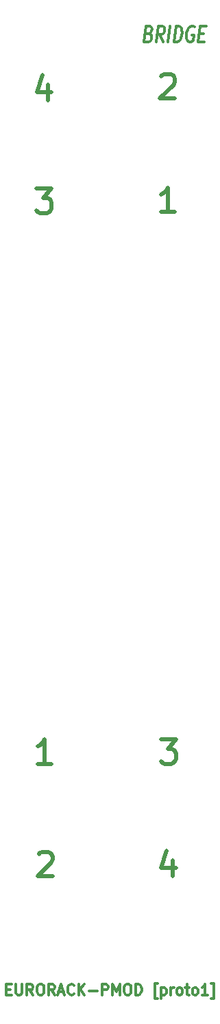
<source format=gbr>
%TF.GenerationSoftware,KiCad,Pcbnew,(6.0.5)*%
%TF.CreationDate,2022-06-26T10:57:07+02:00*%
%TF.ProjectId,eurorack-pmod-panel,6575726f-7261-4636-9b2d-706d6f642d70,rev?*%
%TF.SameCoordinates,Original*%
%TF.FileFunction,Legend,Top*%
%TF.FilePolarity,Positive*%
%FSLAX46Y46*%
G04 Gerber Fmt 4.6, Leading zero omitted, Abs format (unit mm)*
G04 Created by KiCad (PCBNEW (6.0.5)) date 2022-06-26 10:57:07*
%MOMM*%
%LPD*%
G01*
G04 APERTURE LIST*
%ADD10C,0.300000*%
%ADD11C,0.375000*%
%ADD12C,0.500000*%
G04 APERTURE END LIST*
D10*
X2394761Y-120684142D02*
X2828095Y-120684142D01*
X3013809Y-121365095D02*
X2394761Y-121365095D01*
X2394761Y-120065095D01*
X3013809Y-120065095D01*
X3570952Y-120065095D02*
X3570952Y-121117476D01*
X3632857Y-121241285D01*
X3694761Y-121303190D01*
X3818571Y-121365095D01*
X4066190Y-121365095D01*
X4189999Y-121303190D01*
X4251904Y-121241285D01*
X4313809Y-121117476D01*
X4313809Y-120065095D01*
X5675714Y-121365095D02*
X5242380Y-120746047D01*
X4932857Y-121365095D02*
X4932857Y-120065095D01*
X5428095Y-120065095D01*
X5551904Y-120127000D01*
X5613809Y-120188904D01*
X5675714Y-120312714D01*
X5675714Y-120498428D01*
X5613809Y-120622238D01*
X5551904Y-120684142D01*
X5428095Y-120746047D01*
X4932857Y-120746047D01*
X6480476Y-120065095D02*
X6728095Y-120065095D01*
X6851904Y-120127000D01*
X6975714Y-120250809D01*
X7037619Y-120498428D01*
X7037619Y-120931761D01*
X6975714Y-121179380D01*
X6851904Y-121303190D01*
X6728095Y-121365095D01*
X6480476Y-121365095D01*
X6356666Y-121303190D01*
X6232857Y-121179380D01*
X6170952Y-120931761D01*
X6170952Y-120498428D01*
X6232857Y-120250809D01*
X6356666Y-120127000D01*
X6480476Y-120065095D01*
X8337619Y-121365095D02*
X7904285Y-120746047D01*
X7594761Y-121365095D02*
X7594761Y-120065095D01*
X8089999Y-120065095D01*
X8213809Y-120127000D01*
X8275714Y-120188904D01*
X8337619Y-120312714D01*
X8337619Y-120498428D01*
X8275714Y-120622238D01*
X8213809Y-120684142D01*
X8089999Y-120746047D01*
X7594761Y-120746047D01*
X8832857Y-120993666D02*
X9451904Y-120993666D01*
X8709047Y-121365095D02*
X9142380Y-120065095D01*
X9575714Y-121365095D01*
X10751904Y-121241285D02*
X10689999Y-121303190D01*
X10504285Y-121365095D01*
X10380476Y-121365095D01*
X10194761Y-121303190D01*
X10070952Y-121179380D01*
X10009047Y-121055571D01*
X9947142Y-120807952D01*
X9947142Y-120622238D01*
X10009047Y-120374619D01*
X10070952Y-120250809D01*
X10194761Y-120127000D01*
X10380476Y-120065095D01*
X10504285Y-120065095D01*
X10689999Y-120127000D01*
X10751904Y-120188904D01*
X11309047Y-121365095D02*
X11309047Y-120065095D01*
X12051904Y-121365095D02*
X11494761Y-120622238D01*
X12051904Y-120065095D02*
X11309047Y-120807952D01*
X12609047Y-120869857D02*
X13599523Y-120869857D01*
X14218571Y-121365095D02*
X14218571Y-120065095D01*
X14713809Y-120065095D01*
X14837619Y-120127000D01*
X14899523Y-120188904D01*
X14961428Y-120312714D01*
X14961428Y-120498428D01*
X14899523Y-120622238D01*
X14837619Y-120684142D01*
X14713809Y-120746047D01*
X14218571Y-120746047D01*
X15518571Y-121365095D02*
X15518571Y-120065095D01*
X15951904Y-120993666D01*
X16385238Y-120065095D01*
X16385238Y-121365095D01*
X17251904Y-120065095D02*
X17499523Y-120065095D01*
X17623333Y-120127000D01*
X17747142Y-120250809D01*
X17809047Y-120498428D01*
X17809047Y-120931761D01*
X17747142Y-121179380D01*
X17623333Y-121303190D01*
X17499523Y-121365095D01*
X17251904Y-121365095D01*
X17128095Y-121303190D01*
X17004285Y-121179380D01*
X16942380Y-120931761D01*
X16942380Y-120498428D01*
X17004285Y-120250809D01*
X17128095Y-120127000D01*
X17251904Y-120065095D01*
X18366190Y-121365095D02*
X18366190Y-120065095D01*
X18675714Y-120065095D01*
X18861428Y-120127000D01*
X18985238Y-120250809D01*
X19047142Y-120374619D01*
X19109047Y-120622238D01*
X19109047Y-120807952D01*
X19047142Y-121055571D01*
X18985238Y-121179380D01*
X18861428Y-121303190D01*
X18675714Y-121365095D01*
X18366190Y-121365095D01*
X21028095Y-121798428D02*
X20718571Y-121798428D01*
X20718571Y-119941285D01*
X21028095Y-119941285D01*
X21523333Y-120498428D02*
X21523333Y-121798428D01*
X21523333Y-120560333D02*
X21647142Y-120498428D01*
X21894761Y-120498428D01*
X22018571Y-120560333D01*
X22080476Y-120622238D01*
X22142380Y-120746047D01*
X22142380Y-121117476D01*
X22080476Y-121241285D01*
X22018571Y-121303190D01*
X21894761Y-121365095D01*
X21647142Y-121365095D01*
X21523333Y-121303190D01*
X22699523Y-121365095D02*
X22699523Y-120498428D01*
X22699523Y-120746047D02*
X22761428Y-120622238D01*
X22823333Y-120560333D01*
X22947142Y-120498428D01*
X23070952Y-120498428D01*
X23690000Y-121365095D02*
X23566190Y-121303190D01*
X23504285Y-121241285D01*
X23442380Y-121117476D01*
X23442380Y-120746047D01*
X23504285Y-120622238D01*
X23566190Y-120560333D01*
X23690000Y-120498428D01*
X23875714Y-120498428D01*
X23999523Y-120560333D01*
X24061428Y-120622238D01*
X24123333Y-120746047D01*
X24123333Y-121117476D01*
X24061428Y-121241285D01*
X23999523Y-121303190D01*
X23875714Y-121365095D01*
X23690000Y-121365095D01*
X24494761Y-120498428D02*
X24990000Y-120498428D01*
X24680476Y-120065095D02*
X24680476Y-121179380D01*
X24742380Y-121303190D01*
X24866190Y-121365095D01*
X24990000Y-121365095D01*
X25609047Y-121365095D02*
X25485238Y-121303190D01*
X25423333Y-121241285D01*
X25361428Y-121117476D01*
X25361428Y-120746047D01*
X25423333Y-120622238D01*
X25485238Y-120560333D01*
X25609047Y-120498428D01*
X25794761Y-120498428D01*
X25918571Y-120560333D01*
X25980476Y-120622238D01*
X26042380Y-120746047D01*
X26042380Y-121117476D01*
X25980476Y-121241285D01*
X25918571Y-121303190D01*
X25794761Y-121365095D01*
X25609047Y-121365095D01*
X27280476Y-121365095D02*
X26537619Y-121365095D01*
X26909047Y-121365095D02*
X26909047Y-120065095D01*
X26785238Y-120250809D01*
X26661428Y-120374619D01*
X26537619Y-120436523D01*
X27713809Y-121798428D02*
X28023333Y-121798428D01*
X28023333Y-119941285D01*
X27713809Y-119941285D01*
D11*
X20004035Y-3032142D02*
X20206416Y-3127380D01*
X20265940Y-3222619D01*
X20313559Y-3413095D01*
X20277845Y-3698809D01*
X20182607Y-3889285D01*
X20099273Y-3984523D01*
X19944511Y-4079761D01*
X19373083Y-4079761D01*
X19623083Y-2079761D01*
X20123083Y-2079761D01*
X20254035Y-2175000D01*
X20313559Y-2270238D01*
X20361178Y-2460714D01*
X20337369Y-2651190D01*
X20242130Y-2841666D01*
X20158797Y-2936904D01*
X20004035Y-3032142D01*
X19504035Y-3032142D01*
X21730226Y-4079761D02*
X21349273Y-3127380D01*
X20873083Y-4079761D02*
X21123083Y-2079761D01*
X21694511Y-2079761D01*
X21825464Y-2175000D01*
X21884988Y-2270238D01*
X21932607Y-2460714D01*
X21896892Y-2746428D01*
X21801654Y-2936904D01*
X21718321Y-3032142D01*
X21563559Y-3127380D01*
X20992130Y-3127380D01*
X22373083Y-4079761D02*
X22623083Y-2079761D01*
X23087369Y-4079761D02*
X23337369Y-2079761D01*
X23694511Y-2079761D01*
X23896892Y-2175000D01*
X24015940Y-2365476D01*
X24063559Y-2555952D01*
X24087369Y-2936904D01*
X24051654Y-3222619D01*
X23932607Y-3603571D01*
X23837369Y-3794047D01*
X23670702Y-3984523D01*
X23444511Y-4079761D01*
X23087369Y-4079761D01*
X25611178Y-2175000D02*
X25480226Y-2079761D01*
X25265940Y-2079761D01*
X25039750Y-2175000D01*
X24873083Y-2365476D01*
X24777845Y-2555952D01*
X24658797Y-2936904D01*
X24623083Y-3222619D01*
X24646892Y-3603571D01*
X24694511Y-3794047D01*
X24813559Y-3984523D01*
X25015940Y-4079761D01*
X25158797Y-4079761D01*
X25384988Y-3984523D01*
X25468321Y-3889285D01*
X25551654Y-3222619D01*
X25265940Y-3222619D01*
X26218321Y-3032142D02*
X26718321Y-3032142D01*
X26801654Y-4079761D02*
X26087369Y-4079761D01*
X26337369Y-2079761D01*
X27051654Y-2079761D01*
D12*
X22923428Y-104767142D02*
X22923428Y-106767142D01*
X22209142Y-103624285D02*
X21494857Y-105767142D01*
X23352000Y-105767142D01*
X21479000Y-89924142D02*
X23336142Y-89924142D01*
X22336142Y-91067000D01*
X22764714Y-91067000D01*
X23050428Y-91209857D01*
X23193285Y-91352714D01*
X23336142Y-91638428D01*
X23336142Y-92352714D01*
X23193285Y-92638428D01*
X23050428Y-92781285D01*
X22764714Y-92924142D01*
X21907571Y-92924142D01*
X21621857Y-92781285D01*
X21479000Y-92638428D01*
X6381857Y-104052857D02*
X6524714Y-103910000D01*
X6810428Y-103767142D01*
X7524714Y-103767142D01*
X7810428Y-103910000D01*
X7953285Y-104052857D01*
X8096142Y-104338571D01*
X8096142Y-104624285D01*
X7953285Y-105052857D01*
X6239000Y-106767142D01*
X8096142Y-106767142D01*
X7969142Y-92924142D02*
X6254857Y-92924142D01*
X7112000Y-92924142D02*
X7112000Y-89924142D01*
X6826285Y-90352714D01*
X6540571Y-90638428D01*
X6254857Y-90781285D01*
X7556428Y-9263142D02*
X7556428Y-11263142D01*
X6842142Y-8120285D02*
X6127857Y-10263142D01*
X7985000Y-10263142D01*
X6112000Y-22106142D02*
X7969142Y-22106142D01*
X6969142Y-23249000D01*
X7397714Y-23249000D01*
X7683428Y-23391857D01*
X7826285Y-23534714D01*
X7969142Y-23820428D01*
X7969142Y-24534714D01*
X7826285Y-24820428D01*
X7683428Y-24963285D01*
X7397714Y-25106142D01*
X6540571Y-25106142D01*
X6254857Y-24963285D01*
X6112000Y-24820428D01*
X21494857Y-8294857D02*
X21637714Y-8152000D01*
X21923428Y-8009142D01*
X22637714Y-8009142D01*
X22923428Y-8152000D01*
X23066285Y-8294857D01*
X23209142Y-8580571D01*
X23209142Y-8866285D01*
X23066285Y-9294857D01*
X21352000Y-11009142D01*
X23209142Y-11009142D01*
X23209142Y-24979142D02*
X21494857Y-24979142D01*
X22352000Y-24979142D02*
X22352000Y-21979142D01*
X22066285Y-22407714D01*
X21780571Y-22693428D01*
X21494857Y-22836285D01*
M02*

</source>
